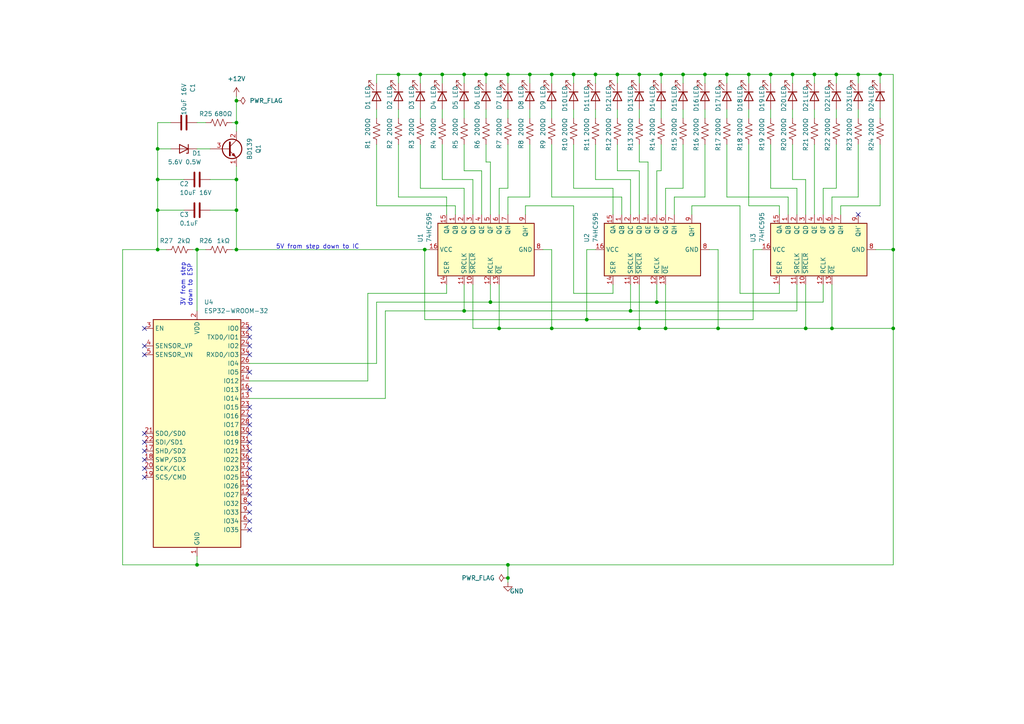
<source format=kicad_sch>
(kicad_sch (version 20211123) (generator eeschema)
  (paper "A4")
  (title_block (date "2024-01-21") (rev "1.0"))
  (lib_symbols
    (symbol "74xx:74HC595"
      (property "Reference" "U" (at -7.62 13.97 0))
      (property "Value" "74HC595" (at -7.62 -16.51 0))
      (symbol "74HC595_1_0"
        (pin tri_state line (at 10.16 7.62 180) (length 2.54) (name "QB") (number "1"))
        (pin input line (at -10.16 2.54 0) (length 2.54) (name "~{SRCLR}") (number "10"))
        (pin input line (at -10.16 5.08 0) (length 2.54) (name "SRCLK") (number "11"))
        (pin input line (at -10.16 -2.54 0) (length 2.54) (name "RCLK") (number "12"))
        (pin input line (at -10.16 -5.08 0) (length 2.54) (name "~{OE}") (number "13"))
        (pin input line (at -10.16 10.16 0) (length 2.54) (name "SER") (number "14"))
        (pin tri_state line (at 10.16 10.16 180) (length 2.54) (name "QA") (number "15"))
        (pin power_in line (at 0 15.24 270) (length 2.54) (name "VCC") (number "16"))
        (pin tri_state line (at 10.16 5.08 180) (length 2.54) (name "QC") (number "2"))
        (pin tri_state line (at 10.16 2.54 180) (length 2.54) (name "QD") (number "3"))
        (pin tri_state line (at 10.16 0 180) (length 2.54) (name "QE") (number "4"))
        (pin tri_state line (at 10.16 -2.54 180) (length 2.54) (name "QF") (number "5"))
        (pin tri_state line (at 10.16 -5.08 180) (length 2.54) (name "QG") (number "6"))
        (pin tri_state line (at 10.16 -7.62 180) (length 2.54) (name "QH") (number "7"))
        (pin power_in line (at 0 -17.78 90) (length 2.54) (name "GND") (number "8"))
        (pin output line (at 10.16 -12.7 180) (length 2.54) (name "QH'") (number "9"))
      )
      (symbol "74HC595_1_1"
        (rectangle (start -7.62 12.7) (end 7.62 -15.24) (stroke (width 0.254)) (fill (type background)))
      )
    )
    (symbol "Device:C" (pin_numbers hide) (pin_names (offset 0.254))
      (property "Reference" "C" (at 0.635 2.54 0))
      (property "Value" "C" (at 0.635 -2.54 0))
      (symbol "C_0_1"
        (polyline (pts (xy -2.032 -0.762) (xy 2.032 -0.762)) (stroke (width 0.508)))
        (polyline (pts (xy -2.032 0.762) (xy 2.032 0.762)) (stroke (width 0.508)))
      )
      (symbol "C_1_1"
        (pin passive line (at 0 3.81 270) (length 2.794) (name "~") (number "1"))
        (pin passive line (at 0 -3.81 90) (length 2.794) (name "~") (number "2"))
      )
    )
    (symbol "Device:D_Zener" (pin_numbers hide) (pin_names (offset 1.016) hide)
      (property "Reference" "D" (at 0 2.54 0))
      (property "Value" "D_Zener" (at 0 -2.54 0))
      (symbol "D_Zener_0_1"
        (polyline (pts (xy 1.27 0) (xy -1.27 0)))
        (polyline (pts (xy -1.27 -1.27) (xy -1.27 1.27) (xy -0.762 1.27)) (stroke (width 0.254)))
        (polyline (pts (xy 1.27 -1.27) (xy 1.27 1.27) (xy -1.27 0) (xy 1.27 -1.27)) (stroke (width 0.254)))
      )
      (symbol "D_Zener_1_1"
        (pin passive line (at -3.81 0 0) (length 2.54) (name "K") (number "1"))
        (pin passive line (at 3.81 0 180) (length 2.54) (name "A") (number "2"))
      )
    )
    (symbol "Device:LED" (pin_numbers hide) (pin_names (offset 1.016) hide)
      (property "Reference" "D" (at 0 2.54 0))
      (property "Value" "LED" (at 0 -2.54 0))
      (symbol "LED_0_1"
        (polyline (pts (xy -1.27 -1.27) (xy -1.27 1.27)) (stroke (width 0.254)))
        (polyline (pts (xy -1.27 0) (xy 1.27 0)))
        (polyline (pts (xy 1.27 -1.27) (xy 1.27 1.27) (xy -1.27 0) (xy 1.27 -1.27)) (stroke (width 0.254)))
        (polyline (pts (xy -3.048 -0.762) (xy -4.572 -2.286) (xy -3.81 -2.286) (xy -4.572 -2.286) (xy -4.572 -1.524)))
        (polyline (pts (xy -1.778 -0.762) (xy -3.302 -2.286) (xy -2.54 -2.286) (xy -3.302 -2.286) (xy -3.302 -1.524)))
      )
      (symbol "LED_1_1"
        (pin passive line (at -3.81 0 0) (length 2.54) (name "K") (number "1"))
        (pin passive line (at 3.81 0 180) (length 2.54) (name "A") (number "2"))
      )
    )
    (symbol "Device:R_US" (pin_numbers hide) (pin_names (offset 0))
      (property "Reference" "R" (at 2.54 0 90))
      (property "Value" "R_US" (at -2.54 0 90))
      (symbol "R_US_0_1"
        (polyline (pts (xy 0 -2.286) (xy 0 -2.54)))
        (polyline (pts (xy 0 2.286) (xy 0 2.54)))
        (polyline (pts (xy 0 -0.762) (xy 1.016 -1.143) (xy 0 -1.524) (xy -1.016 -1.905) (xy 0 -2.286)))
        (polyline (pts (xy 0 0.762) (xy 1.016 0.381) (xy 0 0) (xy -1.016 -0.381) (xy 0 -0.762)))
        (polyline (pts (xy 0 2.286) (xy 1.016 1.905) (xy 0 1.524) (xy -1.016 1.143) (xy 0 0.762)))
      )
      (symbol "R_US_1_1"
        (pin passive line (at 0 3.81 270) (length 1.27) (name "~") (number "1"))
        (pin passive line (at 0 -3.81 90) (length 1.27) (name "~") (number "2"))
      )
    )
    (symbol "RF_Module:ESP32-WROOM-32"
      (property "Reference" "U" (at -12.7 34.29 0))
      (property "Value" "ESP32-WROOM-32" (at 1.27 34.29 0))
      (symbol "ESP32-WROOM-32_0_1"
        (rectangle (start -12.7 33.02) (end 12.7 -33.02) (stroke (width 0.254)) (fill (type background)))
      )
      (symbol "ESP32-WROOM-32_1_1"
        (pin power_in line (at 0 -35.56 90) (length 2.54) (name "GND") (number "1"))
        (pin bidirectional line (at 15.24 -12.7 180) (length 2.54) (name "IO25") (number "10"))
        (pin bidirectional line (at 15.24 -15.24 180) (length 2.54) (name "IO26") (number "11"))
        (pin bidirectional line (at 15.24 -17.78 180) (length 2.54) (name "IO27") (number "12"))
        (pin bidirectional line (at 15.24 10.16 180) (length 2.54) (name "IO14") (number "13"))
        (pin bidirectional line (at 15.24 15.24 180) (length 2.54) (name "IO12") (number "14"))
        (pin passive line (at 0 -35.56 90) (length 2.54) hide (name "GND") (number "15"))
        (pin bidirectional line (at 15.24 12.7 180) (length 2.54) (name "IO13") (number "16"))
        (pin bidirectional line (at -15.24 -5.08 0) (length 2.54) (name "SHD/SD2") (number "17"))
        (pin bidirectional line (at -15.24 -7.62 0) (length 2.54) (name "SWP/SD3") (number "18"))
        (pin bidirectional line (at -15.24 -12.7 0) (length 2.54) (name "SCS/CMD") (number "19"))
        (pin power_in line (at 0 35.56 270) (length 2.54) (name "VDD") (number "2"))
        (pin bidirectional line (at -15.24 -10.16 0) (length 2.54) (name "SCK/CLK") (number "20"))
        (pin bidirectional line (at -15.24 0 0) (length 2.54) (name "SDO/SD0") (number "21"))
        (pin bidirectional line (at -15.24 -2.54 0) (length 2.54) (name "SDI/SD1") (number "22"))
        (pin bidirectional line (at 15.24 7.62 180) (length 2.54) (name "IO15") (number "23"))
        (pin bidirectional line (at 15.24 25.4 180) (length 2.54) (name "IO2") (number "24"))
        (pin bidirectional line (at 15.24 30.48 180) (length 2.54) (name "IO0") (number "25"))
        (pin bidirectional line (at 15.24 20.32 180) (length 2.54) (name "IO4") (number "26"))
        (pin bidirectional line (at 15.24 5.08 180) (length 2.54) (name "IO16") (number "27"))
        (pin bidirectional line (at 15.24 2.54 180) (length 2.54) (name "IO17") (number "28"))
        (pin bidirectional line (at 15.24 17.78 180) (length 2.54) (name "IO5") (number "29"))
        (pin input line (at -15.24 30.48 0) (length 2.54) (name "EN") (number "3"))
        (pin bidirectional line (at 15.24 0 180) (length 2.54) (name "IO18") (number "30"))
        (pin bidirectional line (at 15.24 -2.54 180) (length 2.54) (name "IO19") (number "31"))
        (pin no_connect line (at -12.7 -27.94 0) (length 2.54) hide (name "NC") (number "32"))
        (pin bidirectional line (at 15.24 -5.08 180) (length 2.54) (name "IO21") (number "33"))
        (pin bidirectional line (at 15.24 22.86 180) (length 2.54) (name "RXD0/IO3") (number "34"))
        (pin bidirectional line (at 15.24 27.94 180) (length 2.54) (name "TXD0/IO1") (number "35"))
        (pin bidirectional line (at 15.24 -7.62 180) (length 2.54) (name "IO22") (number "36"))
        (pin bidirectional line (at 15.24 -10.16 180) (length 2.54) (name "IO23") (number "37"))
        (pin passive line (at 0 -35.56 90) (length 2.54) hide (name "GND") (number "38"))
        (pin passive line (at 0 -35.56 90) (length 2.54) hide (name "GND") (number "39"))
        (pin input line (at -15.24 25.4 0) (length 2.54) (name "SENSOR_VP") (number "4"))
        (pin input line (at -15.24 22.86 0) (length 2.54) (name "SENSOR_VN") (number "5"))
        (pin input line (at 15.24 -25.4 180) (length 2.54) (name "IO34") (number "6"))
        (pin input line (at 15.24 -27.94 180) (length 2.54) (name "IO35") (number "7"))
        (pin bidirectional line (at 15.24 -20.32 180) (length 2.54) (name "IO32") (number "8"))
        (pin bidirectional line (at 15.24 -22.86 180) (length 2.54) (name "IO33") (number "9"))
      )
    )
    (symbol "Transistor_BJT:BD139" (pin_names (offset 0) hide)
      (property "Reference" "Q" (at 5.08 1.905 0))
      (property "Value" "BD139" (at 5.08 0 0))
      (symbol "BD139_0_1"
        (polyline (pts (xy 0 0) (xy 0.635 0)))
        (polyline (pts (xy 2.54 -2.54) (xy 0.635 -0.635)))
        (polyline (pts (xy 2.54 2.54) (xy 0.635 0.635)))
        (polyline (pts (xy 0.635 1.905) (xy 0.635 -1.905) (xy 0.635 -1.905)) (stroke (width 0.508)) (fill (type outline)))
        (polyline (pts (xy 1.2446 -1.778) (xy 1.7526 -1.27) (xy 2.286 -2.286) (xy 1.2446 -1.778) (xy 1.2446 -1.778)) (fill (type outline)))
        (circle (center 1.27 0) (radius 2.8194) (stroke (width 0.3048)))
      )
      (symbol "BD139_1_1"
        (pin passive line (at 2.54 -5.08 90) (length 2.54) (name "E") (number "1"))
        (pin passive line (at 2.54 5.08 270) (length 2.54) (name "C") (number "2"))
        (pin input line (at -5.08 0 0) (length 5.08) (name "B") (number "3"))
      )
    )
    (symbol "power:+12V" (power) (pin_names (offset 0))
      (property "Value" "+12V" (at 0 3.556 0))
      (symbol "+12V_0_1"
        (polyline (pts (xy -0.762 1.27) (xy 0 2.54)))
        (polyline (pts (xy 0 0) (xy 0 2.54)))
        (polyline (pts (xy 0 2.54) (xy 0.762 1.27)))
      )
      (symbol "+12V_1_1"
        (pin power_in line (at 0 0 90) (length 0) hide (name "+12V") (number "1"))
      )
    )
    (symbol "power:GND" (power) (pin_names (offset 0))
      (property "Value" "GND" (at 0 -3.81 0))
      (symbol "GND_0_1"
        (polyline (pts (xy 0 0) (xy 0 -1.27) (xy 1.27 -1.27) (xy 0 -2.54) (xy -1.27 -1.27) (xy 0 -1.27)))
      )
      (symbol "GND_1_1"
        (pin power_in line (at 0 0 270) (length 0) hide (name "GND") (number "1"))
      )
    )
    (symbol "power:PWR_FLAG" (power) (pin_numbers hide) (pin_names (offset 0) hide)
      (property "Value" "PWR_FLAG" (at 0 3.81 0))
      (symbol "PWR_FLAG_0_0"
        (pin power_out line (at 0 0 90) (length 0) (name "pwr") (number "1"))
      )
      (symbol "PWR_FLAG_0_1"
        (polyline (pts (xy 0 0) (xy 0 1.27) (xy -1.016 1.905) (xy 0 2.54) (xy 1.016 1.905) (xy 0 1.27)))
      )
    )
  )
  (junction (at 134.62 90.17))
  (junction (at 248.92 21.59))
  (junction (at 45.72 72.39))
  (junction (at 128.27 21.59))
  (junction (at 68.58 60.96))
  (junction (at 170.18 92.71))
  (junction (at 134.62 21.59))
  (junction (at 140.97 21.59))
  (junction (at 236.22 21.59))
  (junction (at 147.32 167.64))
  (junction (at 147.32 163.83))
  (junction (at 190.5 87.63))
  (junction (at 217.17 21.59))
  (junction (at 57.15 72.39))
  (junction (at 45.72 60.96))
  (junction (at 185.42 21.59))
  (junction (at 144.78 95.25))
  (junction (at 115.57 21.59))
  (junction (at 166.37 21.59))
  (junction (at 121.92 21.59))
  (junction (at 68.58 29.21))
  (junction (at 210.82 21.59))
  (junction (at 223.52 21.59))
  (junction (at 259.08 72.39))
  (junction (at 208.28 95.25))
  (junction (at 68.58 72.39))
  (junction (at 172.72 21.59))
  (junction (at 160.02 95.25))
  (junction (at 153.67 21.59))
  (junction (at 185.42 95.25))
  (junction (at 68.58 35.56))
  (junction (at 142.24 87.63))
  (junction (at 179.07 21.59))
  (junction (at 204.47 21.59))
  (junction (at 242.57 21.59))
  (junction (at 255.27 21.59))
  (junction (at 198.12 21.59))
  (junction (at 68.58 52.07))
  (junction (at 241.3 95.25))
  (junction (at 193.04 95.25))
  (junction (at 147.32 21.59))
  (junction (at 160.02 21.59))
  (junction (at 57.15 163.83))
  (junction (at 182.88 90.17))
  (junction (at 45.72 43.18))
  (junction (at 123.19 72.39))
  (junction (at 229.87 21.59))
  (junction (at 259.08 95.25))
  (junction (at 191.77 21.59))
  (junction (at 45.72 52.07))
  (junction (at 233.68 95.25))
  (no_connect (at 72.39 123.19))
  (no_connect (at 248.92 62.23))
  (no_connect (at 41.91 125.73))
  (no_connect (at 72.39 100.33))
  (no_connect (at 41.91 102.87))
  (no_connect (at 72.39 128.27))
  (no_connect (at 72.39 143.51))
  (no_connect (at 72.39 95.25))
  (no_connect (at 41.91 133.35))
  (no_connect (at 41.91 135.89))
  (no_connect (at 72.39 146.05))
  (no_connect (at 72.39 148.59))
  (no_connect (at 41.91 95.25))
  (no_connect (at 72.39 97.79))
  (no_connect (at 72.39 120.65))
  (no_connect (at 72.39 140.97))
  (no_connect (at 72.39 118.11))
  (no_connect (at 72.39 138.43))
  (no_connect (at 41.91 128.27))
  (no_connect (at 41.91 130.81))
  (no_connect (at 41.91 100.33))
  (no_connect (at 72.39 133.35))
  (no_connect (at 72.39 135.89))
  (no_connect (at 72.39 151.13))
  (no_connect (at 72.39 107.95))
  (no_connect (at 72.39 113.03))
  (no_connect (at 72.39 125.73))
  (no_connect (at 72.39 153.67))
  (no_connect (at 72.39 102.87))
  (no_connect (at 41.91 138.43))
  (no_connect (at 72.39 130.81))
  (wire (pts (xy 218.44 72.39) (xy 220.98 72.39)))
  (wire (pts (xy 185.42 46.99) (xy 185.42 41.91)))
  (wire (pts (xy 229.87 52.07) (xy 229.87 41.91)))
  (wire (pts (xy 180.34 62.23) (xy 180.34 57.15)))
  (wire (pts (xy 35.56 72.39) (xy 35.56 163.83)))
  (wire (pts (xy 147.32 34.29) (xy 147.32 31.75)))
  (wire (pts (xy 142.24 46.99) (xy 140.97 46.99)))
  (wire (pts (xy 121.92 21.59) (xy 128.27 21.59)))
  (wire (pts (xy 59.69 72.39) (xy 57.15 72.39)))
  (wire (pts (xy 109.22 24.13) (xy 109.22 21.59)))
  (wire (pts (xy 57.15 72.39) (xy 57.15 90.17)))
  (wire (pts (xy 68.58 52.07) (xy 60.96 52.07)))
  (wire (pts (xy 147.32 57.15) (xy 153.67 57.15)))
  (wire (pts (xy 238.76 87.63) (xy 238.76 82.55)))
  (wire (pts (xy 228.6 62.23) (xy 228.6 57.15)))
  (wire (pts (xy 147.32 167.64) (xy 147.32 168.91)))
  (wire (pts (xy 172.72 34.29) (xy 172.72 31.75)))
  (wire (pts (xy 121.92 34.29) (xy 121.92 31.75)))
  (wire (pts (xy 144.78 95.25) (xy 160.02 95.25)))
  (wire (pts (xy 241.3 95.25) (xy 259.08 95.25)))
  (wire (pts (xy 218.44 72.39) (xy 218.44 92.71)))
  (wire (pts (xy 172.72 52.07) (xy 172.72 41.91)))
  (wire (pts (xy 166.37 54.61) (xy 166.37 41.91)))
  (wire (pts (xy 166.37 85.09) (xy 166.37 59.69)))
  (wire (pts (xy 185.42 95.25) (xy 193.04 95.25)))
  (wire (pts (xy 139.7 62.23) (xy 139.7 49.53)))
  (wire (pts (xy 68.58 48.26) (xy 68.58 52.07)))
  (wire (pts (xy 55.88 72.39) (xy 57.15 72.39)))
  (wire (pts (xy 142.24 87.63) (xy 109.22 87.63)))
  (wire (pts (xy 190.5 87.63) (xy 190.5 82.55)))
  (wire (pts (xy 229.87 21.59) (xy 236.22 21.59)))
  (wire (pts (xy 153.67 34.29) (xy 153.67 31.75)))
  (wire (pts (xy 210.82 57.15) (xy 210.82 41.91)))
  (wire (pts (xy 236.22 21.59) (xy 242.57 21.59)))
  (wire (pts (xy 193.04 95.25) (xy 208.28 95.25)))
  (wire (pts (xy 226.06 85.09) (xy 226.06 82.55)))
  (wire (pts (xy 229.87 24.13) (xy 229.87 21.59)))
  (wire (pts (xy 129.54 62.23) (xy 129.54 57.15)))
  (wire (pts (xy 259.08 95.25) (xy 259.08 72.39)))
  (wire (pts (xy 129.54 85.09) (xy 106.68 85.09)))
  (wire (pts (xy 236.22 62.23) (xy 236.22 41.91)))
  (wire (pts (xy 259.08 72.39) (xy 259.08 21.59)))
  (wire (pts (xy 208.28 72.39) (xy 208.28 95.25)))
  (wire (pts (xy 170.18 72.39) (xy 170.18 92.71)))
  (wire (pts (xy 45.72 72.39) (xy 35.56 72.39)))
  (wire (pts (xy 45.72 35.56) (xy 49.53 35.56)))
  (wire (pts (xy 137.16 52.07) (xy 128.27 52.07)))
  (wire (pts (xy 238.76 54.61) (xy 242.57 54.61)))
  (wire (pts (xy 182.88 90.17) (xy 231.14 90.17)))
  (wire (pts (xy 160.02 24.13) (xy 160.02 21.59)))
  (wire (pts (xy 140.97 46.99) (xy 140.97 41.91)))
  (wire (pts (xy 109.22 59.69) (xy 109.22 41.91)))
  (wire (pts (xy 147.32 163.83) (xy 259.08 163.83)))
  (wire (pts (xy 204.47 34.29) (xy 204.47 31.75)))
  (wire (pts (xy 144.78 62.23) (xy 144.78 54.61)))
  (wire (pts (xy 231.14 90.17) (xy 231.14 82.55)))
  (wire (pts (xy 142.24 87.63) (xy 190.5 87.63)))
  (wire (pts (xy 139.7 49.53) (xy 134.62 49.53)))
  (wire (pts (xy 152.4 59.69) (xy 152.4 62.23)))
  (wire (pts (xy 210.82 24.13) (xy 210.82 21.59)))
  (wire (pts (xy 242.57 21.59) (xy 248.92 21.59)))
  (wire (pts (xy 142.24 82.55) (xy 142.24 87.63)))
  (wire (pts (xy 191.77 34.29) (xy 191.77 31.75)))
  (wire (pts (xy 185.42 21.59) (xy 191.77 21.59)))
  (wire (pts (xy 223.52 54.61) (xy 223.52 41.91)))
  (wire (pts (xy 134.62 90.17) (xy 111.76 90.17)))
  (wire (pts (xy 200.66 59.69) (xy 214.63 59.69)))
  (wire (pts (xy 115.57 34.29) (xy 115.57 31.75)))
  (wire (pts (xy 115.57 21.59) (xy 121.92 21.59)))
  (wire (pts (xy 255.27 24.13) (xy 255.27 21.59)))
  (wire (pts (xy 185.42 82.55) (xy 185.42 95.25)))
  (wire (pts (xy 231.14 54.61) (xy 223.52 54.61)))
  (wire (pts (xy 115.57 57.15) (xy 115.57 41.91)))
  (wire (pts (xy 109.22 87.63) (xy 109.22 105.41)))
  (wire (pts (xy 53.34 52.07) (xy 45.72 52.07)))
  (wire (pts (xy 241.3 57.15) (xy 248.92 57.15)))
  (wire (pts (xy 134.62 90.17) (xy 182.88 90.17)))
  (wire (pts (xy 68.58 72.39) (xy 123.19 72.39)))
  (wire (pts (xy 111.76 90.17) (xy 111.76 115.57)))
  (wire (pts (xy 128.27 21.59) (xy 134.62 21.59)))
  (wire (pts (xy 185.42 24.13) (xy 185.42 21.59)))
  (wire (pts (xy 229.87 34.29) (xy 229.87 31.75)))
  (wire (pts (xy 57.15 163.83) (xy 147.32 163.83)))
  (wire (pts (xy 137.16 62.23) (xy 137.16 52.07)))
  (wire (pts (xy 179.07 34.29) (xy 179.07 31.75)))
  (wire (pts (xy 166.37 34.29) (xy 166.37 31.75)))
  (wire (pts (xy 190.5 49.53) (xy 191.77 49.53)))
  (wire (pts (xy 223.52 34.29) (xy 223.52 31.75)))
  (wire (pts (xy 185.42 49.53) (xy 179.07 49.53)))
  (wire (pts (xy 170.18 92.71) (xy 218.44 92.71)))
  (wire (pts (xy 179.07 49.53) (xy 179.07 41.91)))
  (wire (pts (xy 109.22 34.29) (xy 109.22 31.75)))
  (wire (pts (xy 198.12 21.59) (xy 204.47 21.59)))
  (wire (pts (xy 147.32 24.13) (xy 147.32 21.59)))
  (wire (pts (xy 193.04 54.61) (xy 198.12 54.61)))
  (wire (pts (xy 190.5 62.23) (xy 190.5 49.53)))
  (wire (pts (xy 236.22 24.13) (xy 236.22 21.59)))
  (wire (pts (xy 45.72 43.18) (xy 45.72 52.07)))
  (wire (pts (xy 68.58 35.56) (xy 68.58 38.1)))
  (wire (pts (xy 45.72 72.39) (xy 45.72 60.96)))
  (wire (pts (xy 217.17 24.13) (xy 217.17 21.59)))
  (wire (pts (xy 191.77 49.53) (xy 191.77 41.91)))
  (wire (pts (xy 142.24 62.23) (xy 142.24 46.99)))
  (wire (pts (xy 233.68 95.25) (xy 241.3 95.25)))
  (wire (pts (xy 248.92 57.15) (xy 248.92 41.91)))
  (wire (pts (xy 248.92 34.29) (xy 248.92 31.75)))
  (wire (pts (xy 128.27 52.07) (xy 128.27 41.91)))
  (wire (pts (xy 226.06 59.69) (xy 217.17 59.69)))
  (wire (pts (xy 170.18 92.71) (xy 123.19 92.71)))
  (wire (pts (xy 198.12 34.29) (xy 198.12 31.75)))
  (wire (pts (xy 205.74 72.39) (xy 208.28 72.39)))
  (wire (pts (xy 210.82 34.29) (xy 210.82 31.75)))
  (wire (pts (xy 157.48 72.39) (xy 160.02 72.39)))
  (wire (pts (xy 140.97 21.59) (xy 147.32 21.59)))
  (wire (pts (xy 259.08 95.25) (xy 259.08 163.83)))
  (wire (pts (xy 68.58 72.39) (xy 67.31 72.39)))
  (wire (pts (xy 254 72.39) (xy 259.08 72.39)))
  (wire (pts (xy 185.42 62.23) (xy 185.42 49.53)))
  (wire (pts (xy 231.14 62.23) (xy 231.14 54.61)))
  (wire (pts (xy 45.72 52.07) (xy 45.72 60.96)))
  (wire (pts (xy 134.62 49.53) (xy 134.62 41.91)))
  (wire (pts (xy 198.12 54.61) (xy 198.12 41.91)))
  (wire (pts (xy 128.27 24.13) (xy 128.27 21.59)))
  (wire (pts (xy 223.52 21.59) (xy 229.87 21.59)))
  (wire (pts (xy 140.97 34.29) (xy 140.97 31.75)))
  (wire (pts (xy 153.67 57.15) (xy 153.67 41.91)))
  (wire (pts (xy 255.27 59.69) (xy 255.27 41.91)))
  (wire (pts (xy 106.68 85.09) (xy 106.68 110.49)))
  (wire (pts (xy 248.92 24.13) (xy 248.92 21.59)))
  (wire (pts (xy 35.56 163.83) (xy 57.15 163.83)))
  (wire (pts (xy 243.84 59.69) (xy 255.27 59.69)))
  (wire (pts (xy 134.62 54.61) (xy 121.92 54.61)))
  (wire (pts (xy 109.22 21.59) (xy 115.57 21.59)))
  (wire (pts (xy 134.62 62.23) (xy 134.62 54.61)))
  (wire (pts (xy 204.47 57.15) (xy 204.47 41.91)))
  (wire (pts (xy 59.69 35.56) (xy 57.15 35.56)))
  (wire (pts (xy 144.78 54.61) (xy 147.32 54.61)))
  (wire (pts (xy 106.68 110.49) (xy 72.39 110.49)))
  (wire (pts (xy 217.17 21.59) (xy 223.52 21.59)))
  (wire (pts (xy 177.8 82.55) (xy 177.8 85.09)))
  (wire (pts (xy 177.8 62.23) (xy 177.8 54.61)))
  (wire (pts (xy 147.32 21.59) (xy 153.67 21.59)))
  (wire (pts (xy 223.52 24.13) (xy 223.52 21.59)))
  (wire (pts (xy 193.04 62.23) (xy 193.04 54.61)))
  (wire (pts (xy 166.37 21.59) (xy 172.72 21.59)))
  (wire (pts (xy 68.58 29.21) (xy 68.58 35.56)))
  (wire (pts (xy 180.34 57.15) (xy 160.02 57.15)))
  (wire (pts (xy 153.67 21.59) (xy 160.02 21.59)))
  (wire (pts (xy 160.02 21.59) (xy 166.37 21.59)))
  (wire (pts (xy 160.02 95.25) (xy 185.42 95.25)))
  (wire (pts (xy 172.72 21.59) (xy 179.07 21.59)))
  (wire (pts (xy 147.32 163.83) (xy 147.32 167.64)))
  (wire (pts (xy 166.37 59.69) (xy 152.4 59.69)))
  (wire (pts (xy 121.92 24.13) (xy 121.92 21.59)))
  (wire (pts (xy 214.63 59.69) (xy 214.63 85.09)))
  (wire (pts (xy 255.27 34.29) (xy 255.27 31.75)))
  (wire (pts (xy 53.34 60.96) (xy 45.72 60.96)))
  (wire (pts (xy 191.77 21.59) (xy 198.12 21.59)))
  (wire (pts (xy 72.39 105.41) (xy 109.22 105.41)))
  (wire (pts (xy 204.47 24.13) (xy 204.47 21.59)))
  (wire (pts (xy 185.42 34.29) (xy 185.42 31.75)))
  (wire (pts (xy 140.97 24.13) (xy 140.97 21.59)))
  (wire (pts (xy 179.07 21.59) (xy 185.42 21.59)))
  (wire (pts (xy 242.57 24.13) (xy 242.57 21.59)))
  (wire (pts (xy 226.06 62.23) (xy 226.06 59.69)))
  (wire (pts (xy 210.82 57.15) (xy 228.6 57.15)))
  (wire (pts (xy 191.77 24.13) (xy 191.77 21.59)))
  (wire (pts (xy 144.78 82.55) (xy 144.78 95.25)))
  (wire (pts (xy 179.07 24.13) (xy 179.07 21.59)))
  (wire (pts (xy 121.92 54.61) (xy 121.92 41.91)))
  (wire (pts (xy 132.08 62.23) (xy 132.08 59.69)))
  (wire (pts (xy 134.62 82.55) (xy 134.62 90.17)))
  (wire (pts (xy 45.72 43.18) (xy 49.53 43.18)))
  (wire (pts (xy 242.57 34.29) (xy 242.57 31.75)))
  (wire (pts (xy 241.3 82.55) (xy 241.3 95.25)))
  (wire (pts (xy 111.76 115.57) (xy 72.39 115.57)))
  (wire (pts (xy 147.32 62.23) (xy 147.32 57.15)))
  (wire (pts (xy 129.54 57.15) (xy 115.57 57.15)))
  (wire (pts (xy 123.19 72.39) (xy 124.46 72.39)))
  (wire (pts (xy 153.67 24.13) (xy 153.67 21.59)))
  (wire (pts (xy 137.16 95.25) (xy 144.78 95.25)))
  (wire (pts (xy 123.19 92.71) (xy 123.19 72.39)))
  (wire (pts (xy 238.76 62.23) (xy 238.76 54.61)))
  (wire (pts (xy 132.08 59.69) (xy 109.22 59.69)))
  (wire (pts (xy 248.92 21.59) (xy 255.27 21.59)))
  (wire (pts (xy 160.02 72.39) (xy 160.02 95.25)))
  (wire (pts (xy 210.82 21.59) (xy 217.17 21.59)))
  (wire (pts (xy 160.02 57.15) (xy 160.02 41.91)))
  (wire (pts (xy 134.62 21.59) (xy 140.97 21.59)))
  (wire (pts (xy 134.62 34.29) (xy 134.62 31.75)))
  (wire (pts (xy 57.15 43.18) (xy 60.96 43.18)))
  (wire (pts (xy 129.54 82.55) (xy 129.54 85.09)))
  (wire (pts (xy 115.57 24.13) (xy 115.57 21.59)))
  (wire (pts (xy 182.88 90.17) (xy 182.88 82.55)))
  (wire (pts (xy 233.68 52.07) (xy 229.87 52.07)))
  (wire (pts (xy 217.17 59.69) (xy 217.17 41.91)))
  (wire (pts (xy 45.72 72.39) (xy 48.26 72.39)))
  (wire (pts (xy 166.37 24.13) (xy 166.37 21.59)))
  (wire (pts (xy 214.63 85.09) (xy 226.06 85.09)))
  (wire (pts (xy 217.17 34.29) (xy 217.17 31.75)))
  (wire (pts (xy 259.08 21.59) (xy 255.27 21.59)))
  (wire (pts (xy 177.8 54.61) (xy 166.37 54.61)))
  (wire (pts (xy 187.96 46.99) (xy 185.42 46.99)))
  (wire (pts (xy 134.62 24.13) (xy 134.62 21.59)))
  (wire (pts (xy 200.66 62.23) (xy 200.66 59.69)))
  (wire (pts (xy 172.72 52.07) (xy 182.88 52.07)))
  (wire (pts (xy 68.58 60.96) (xy 68.58 72.39)))
  (wire (pts (xy 195.58 57.15) (xy 204.47 57.15)))
  (wire (pts (xy 233.68 62.23) (xy 233.68 52.07)))
  (wire (pts (xy 204.47 21.59) (xy 210.82 21.59)))
  (wire (pts (xy 187.96 62.23) (xy 187.96 46.99)))
  (wire (pts (xy 241.3 62.23) (xy 241.3 57.15)))
  (wire (pts (xy 182.88 62.23) (xy 182.88 52.07)))
  (wire (pts (xy 190.5 87.63) (xy 238.76 87.63)))
  (wire (pts (xy 243.84 62.23) (xy 243.84 59.69)))
  (wire (pts (xy 198.12 24.13) (xy 198.12 21.59)))
  (wire (pts (xy 128.27 34.29) (xy 128.27 31.75)))
  (wire (pts (xy 147.32 54.61) (xy 147.32 41.91)))
  (wire (pts (xy 68.58 52.07) (xy 68.58 60.96)))
  (wire (pts (xy 57.15 163.83) (xy 57.15 161.29)))
  (wire (pts (xy 172.72 72.39) (xy 170.18 72.39)))
  (wire (pts (xy 195.58 62.23) (xy 195.58 57.15)))
  (wire (pts (xy 68.58 27.94) (xy 68.58 29.21)))
  (wire (pts (xy 160.02 34.29) (xy 160.02 31.75)))
  (wire (pts (xy 177.8 85.09) (xy 166.37 85.09)))
  (wire (pts (xy 68.58 60.96) (xy 60.96 60.96)))
  (wire (pts (xy 67.31 35.56) (xy 68.58 35.56)))
  (wire (pts (xy 236.22 34.29) (xy 236.22 31.75)))
  (wire (pts (xy 172.72 24.13) (xy 172.72 21.59)))
  (wire (pts (xy 242.57 54.61) (xy 242.57 41.91)))
  (wire (pts (xy 233.68 82.55) (xy 233.68 95.25)))
  (wire (pts (xy 137.16 82.55) (xy 137.16 95.25)))
  (wire (pts (xy 45.72 35.56) (xy 45.72 43.18)))
  (wire (pts (xy 208.28 95.25) (xy 233.68 95.25)))
  (wire (pts (xy 193.04 82.55) (xy 193.04 95.25)))
  (text "3V from step\ndown to ESP" (at 55.88 88.9 90) (effects (font (size 1.27 1.27)) (justify left bottom)))
  (text "5V from step down to IC" (at 80.01 72.39 0) (effects (font (size 1.27 1.27)) (justify left bottom)))
  (symbol (lib_id "Device:LED") (at 179.07 27.94 270) (unit 1)
    (property "Reference" "D12" (at 176.53 30.48 0))
    (property "Value" "LED" (at 176.53 26.67 0))
  )
  (symbol (lib_id "Device:R_US") (at 255.27 38.1 180) (unit 1)
    (property "Reference" "R24" (at 252.73 41.91 90))
    (property "Value" "200Ω" (at 252.73 36.83 90))
  )
  (symbol (lib_id "Device:R_US") (at 210.82 38.1 180) (unit 1)
    (property "Reference" "R17" (at 208.28 41.91 90))
    (property "Value" "200Ω" (at 208.28 36.83 90))
  )
  (symbol (lib_id "Device:LED") (at 147.32 27.94 270) (unit 1)
    (property "Reference" "D7" (at 144.78 30.48 0))
    (property "Value" "LED" (at 144.78 26.67 0))
  )
  (symbol (lib_id "Device:LED") (at 210.82 27.94 270) (unit 1)
    (property "Reference" "D17" (at 208.28 30.48 0))
    (property "Value" "LED" (at 208.28 26.67 0))
  )
  (symbol (lib_id "Device:R_US") (at 52.07 72.39 90) (unit 1)
    (property "Reference" "R27" (at 48.26 69.85 90))
    (property "Value" "2kΩ" (at 53.34 69.85 90))
  )
  (symbol (lib_id "Device:R_US") (at 229.87 38.1 180) (unit 1)
    (property "Reference" "R20" (at 227.33 41.91 90))
    (property "Value" "200Ω" (at 227.33 36.83 90))
  )
  (symbol (lib_id "Device:R_US") (at 191.77 38.1 180) (unit 1)
    (property "Reference" "R14" (at 189.23 41.91 90))
    (property "Value" "200Ω" (at 189.23 36.83 90))
  )
  (symbol (lib_id "Device:R_US") (at 204.47 38.1 180) (unit 1)
    (property "Reference" "R16" (at 201.93 41.91 90))
    (property "Value" "200Ω" (at 201.93 36.83 90))
  )
  (symbol (lib_id "Device:R_US") (at 179.07 38.1 180) (unit 1)
    (property "Reference" "R12" (at 176.53 41.91 90))
    (property "Value" "200Ω" (at 176.53 36.83 90))
  )
  (symbol (lib_id "Device:R_US") (at 140.97 38.1 180) (unit 1)
    (property "Reference" "R6" (at 138.43 41.91 90))
    (property "Value" "200Ω" (at 138.43 36.83 90))
  )
  (symbol (lib_id "Device:R_US") (at 172.72 38.1 180) (unit 1)
    (property "Reference" "R11" (at 170.18 41.91 90))
    (property "Value" "200Ω" (at 170.18 36.83 90))
  )
  (symbol (lib_id "Device:R_US") (at 166.37 38.1 180) (unit 1)
    (property "Reference" "R10" (at 163.83 41.91 90))
    (property "Value" "200Ω" (at 163.83 36.83 90))
  )
  (symbol (lib_id "Transistor_BJT:BD139") (at 66.04 43.18 0) (unit 1)
    (property "Reference" "Q1" (at 74.93 43.18 90))
    (property "Value" "BD139" (at 72.39 43.18 90))
    (property "Footprint" "Package_TO_SOT_THT:TO-126-3_Vertical" (effects hide))
    (property "Datasheet" "http://www.st.com/internet/com/TECHNICAL_RESOURCES/TECHNICAL_LITERATURE/DATASHEET/CD00001225.pdf" (effects hide))
  )
  (symbol (lib_id "Device:C") (at 57.15 52.07 270) (unit 1)
    (property "Reference" "C2" (at 52.07 53.34 90) (effects (justify left)))
    (property "Value" "10uF 16V" (at 52.07 55.88 90) (effects (justify left)))
  )
  (symbol (lib_id "Device:LED") (at 223.52 27.94 270) (unit 1)
    (property "Reference" "D19" (at 220.98 30.48 0))
    (property "Value" "LED" (at 220.98 26.67 0))
  )
  (symbol (lib_id "Device:LED") (at 198.12 27.94 270) (unit 1)
    (property "Reference" "D15" (at 195.58 30.48 0))
    (property "Value" "LED" (at 195.58 26.67 0))
  )
  (symbol (lib_id "Device:LED") (at 140.97 27.94 270) (unit 1)
    (property "Reference" "D6" (at 138.43 30.48 0))
    (property "Value" "LED" (at 138.43 26.67 0))
  )
  (symbol (lib_id "power:+12V") (at 68.58 27.94 0) (unit 1)
    (property "Reference" "#PWR?" (effects hide))
    (property "Value" "+12V" (at 68.58 22.86 0))
  )
  (symbol (lib_id "Device:C") (at 53.34 35.56 270) (unit 1)
    (property "Reference" "C1" (at 55.88 24.13 0) (effects (justify left)))
    (property "Value" "10uF 16V" (at 53.34 24.13 0) (effects (justify left)))
  )
  (symbol (lib_id "Device:LED") (at 204.47 27.94 270) (unit 1)
    (property "Reference" "D16" (at 201.93 30.48 0))
    (property "Value" "LED" (at 201.93 26.67 0))
  )
  (symbol (lib_id "Device:R_US") (at 121.92 38.1 180) (unit 1)
    (property "Reference" "R3" (at 119.38 41.91 90))
    (property "Value" "200Ω" (at 119.38 36.83 90))
  )
  (symbol (lib_id "Device:R_US") (at 115.57 38.1 180) (unit 1)
    (property "Reference" "R2" (at 113.03 41.91 90))
    (property "Value" "200Ω" (at 113.03 36.83 90))
  )
  (symbol (lib_id "power:PWR_FLAG") (at 68.58 29.21 270) (unit 1)
    (property "Reference" "#FLG?" (effects hide))
    (property "Value" "PWR_FLAG" (at 72.39 29.21 90) (effects (justify left)))
  )
  (symbol (lib_id "Device:R_US") (at 128.27 38.1 180) (unit 1)
    (property "Reference" "R4" (at 125.73 41.91 90))
    (property "Value" "200Ω" (at 125.73 36.83 90))
  )
  (symbol (lib_id "Device:LED") (at 160.02 27.94 270) (unit 1)
    (property "Reference" "D9" (at 157.48 30.48 0))
    (property "Value" "LED" (at 157.48 26.67 0))
  )
  (symbol (lib_id "power:PWR_FLAG") (at 147.32 167.64 90) (unit 1)
    (property "Reference" "#FLG01" (effects hide))
    (property "Value" "PWR_FLAG" (at 143.51 167.64 90) (effects (justify left)))
  )
  (symbol (lib_id "74xx:74HC595") (at 139.7 72.39 90) (unit 1)
    (property "Reference" "U1" (at 121.92 70.3706 0) (effects (justify left)))
    (property "Value" "74HC595" (at 124.46 70.3706 0) (effects (justify left)))
    (property "Datasheet" "http://www.ti.com/lit/ds/symlink/sn74hc595.pdf" (effects hide))
  )
  (symbol (lib_id "Device:R_US") (at 109.22 38.1 180) (unit 1)
    (property "Reference" "R1" (at 106.68 41.91 90))
    (property "Value" "200Ω" (at 106.68 36.83 90))
  )
  (symbol (lib_id "Device:R_US") (at 185.42 38.1 180) (unit 1)
    (property "Reference" "R13" (at 182.88 41.91 90))
    (property "Value" "200Ω" (at 182.88 36.83 90))
  )
  (symbol (lib_id "74xx:74HC595") (at 187.96 72.39 90) (unit 1)
    (property "Reference" "U2" (at 170.18 70.3706 0) (effects (justify left)))
    (property "Value" "74HC595" (at 172.72 70.3706 0) (effects (justify left)))
    (property "Datasheet" "http://www.ti.com/lit/ds/symlink/sn74hc595.pdf" (effects hide))
  )
  (symbol (lib_id "Device:LED") (at 172.72 27.94 270) (unit 1)
    (property "Reference" "D11" (at 170.18 30.48 0))
    (property "Value" "LED" (at 170.18 26.67 0))
  )
  (symbol (lib_id "Device:R_US") (at 198.12 38.1 180) (unit 1)
    (property "Reference" "R15" (at 195.58 41.91 90))
    (property "Value" "200Ω" (at 195.58 36.83 90))
  )
  (symbol (lib_id "power:GND") (at 147.32 168.91 0) (unit 1)
    (property "Reference" "#PWR08" (effects hide))
    (property "Value" "GND" (at 149.86 171.45 0))
  )
  (symbol (lib_id "Device:LED") (at 115.57 27.94 270) (unit 1)
    (property "Reference" "D2" (at 113.03 30.48 0))
    (property "Value" "LED" (at 113.03 26.67 0))
  )
  (symbol (lib_id "Device:R_US") (at 242.57 38.1 180) (unit 1)
    (property "Reference" "R22" (at 240.03 41.91 90))
    (property "Value" "200Ω" (at 240.03 36.83 90))
  )
  (symbol (lib_id "Device:LED") (at 229.87 27.94 270) (unit 1)
    (property "Reference" "D20" (at 227.33 30.48 0))
    (property "Value" "LED" (at 227.33 26.67 0))
  )
  (symbol (lib_id "Device:R_US") (at 160.02 38.1 180) (unit 1)
    (property "Reference" "R9" (at 157.48 41.91 90))
    (property "Value" "200Ω" (at 157.48 36.83 90))
  )
  (symbol (lib_id "Device:R_US") (at 134.62 38.1 180) (unit 1)
    (property "Reference" "R5" (at 132.08 41.91 90))
    (property "Value" "200Ω" (at 132.08 36.83 90))
  )
  (symbol (lib_id "Device:LED") (at 128.27 27.94 270) (unit 1)
    (property "Reference" "D4" (at 125.73 30.48 0))
    (property "Value" "LED" (at 125.73 26.67 0))
  )
  (symbol (lib_id "Device:D_Zener") (at 53.34 43.18 180) (unit 1)
    (property "Reference" "D1" (at 58.42 44.45 0) (effects (justify left)))
    (property "Value" "5.6V 0.5W" (at 58.42 46.99 0) (effects (justify left)))
  )
  (symbol (lib_id "Device:LED") (at 191.77 27.94 270) (unit 1)
    (property "Reference" "D14" (at 189.23 30.48 0))
    (property "Value" "LED" (at 189.23 26.67 0))
  )
  (symbol (lib_id "Device:R_US") (at 248.92 38.1 180) (unit 1)
    (property "Reference" "R23" (at 246.38 41.91 90))
    (property "Value" "200Ω" (at 246.38 36.83 90))
  )
  (symbol (lib_id "Device:LED") (at 242.57 27.94 270) (unit 1)
    (property "Reference" "D22" (at 240.03 30.48 0))
    (property "Value" "LED" (at 240.03 26.67 0))
  )
  (symbol (lib_id "RF_Module:ESP32-WROOM-32") (at 57.15 125.73 0) (unit 1)
    (property "Reference" "U4" (at 59.1694 87.63 0) (effects (justify left)))
    (property "Value" "ESP32-WROOM-32" (at 59.1694 90.17 0) (effects (justify left)))
    (property "Footprint" "RF_Module:ESP32-WROOM-32" (effects hide))
    (property "Datasheet" "https://www.espressif.com/sites/default/files/documentation/esp32-wroom-32_datasheet_en.pdf" (effects hide))
  )
  (symbol (lib_id "Device:LED") (at 236.22 27.94 270) (unit 1)
    (property "Reference" "D21" (at 233.68 30.48 0))
    (property "Value" "LED" (at 233.68 26.67 0))
  )
  (symbol (lib_id "Device:R_US") (at 236.22 38.1 180) (unit 1)
    (property "Reference" "R21" (at 233.68 41.91 90))
    (property "Value" "200Ω" (at 233.68 36.83 90))
  )
  (symbol (lib_id "Device:LED") (at 185.42 27.94 270) (unit 1)
    (property "Reference" "D13" (at 182.88 30.48 0))
    (property "Value" "LED" (at 182.88 26.67 0))
  )
  (symbol (lib_id "Device:R_US") (at 63.5 35.56 90) (unit 1)
    (property "Reference" "R25" (at 59.69 33.02 90))
    (property "Value" "680Ω" (at 64.77 33.02 90))
  )
  (symbol (lib_id "Device:R_US") (at 223.52 38.1 180) (unit 1)
    (property "Reference" "R19" (at 220.98 41.91 90))
    (property "Value" "200Ω" (at 220.98 36.83 90))
  )
  (symbol (lib_id "Device:R_US") (at 147.32 38.1 180) (unit 1)
    (property "Reference" "R7" (at 144.78 41.91 90))
    (property "Value" "200Ω" (at 144.78 36.83 90))
  )
  (symbol (lib_id "Device:C") (at 57.15 60.96 270) (unit 1)
    (property "Reference" "C3" (at 52.07 62.23 90) (effects (justify left)))
    (property "Value" "0.1uF" (at 52.07 64.77 90) (effects (justify left)))
  )
  (symbol (lib_id "Device:LED") (at 255.27 27.94 270) (unit 1)
    (property "Reference" "D24" (at 252.73 30.48 0))
    (property "Value" "LED" (at 252.73 26.67 0))
  )
  (symbol (lib_id "Device:LED") (at 121.92 27.94 270) (unit 1)
    (property "Reference" "D3" (at 119.38 30.48 0))
    (property "Value" "LED" (at 119.38 26.67 0))
  )
  (symbol (lib_id "Device:LED") (at 153.67 27.94 270) (unit 1)
    (property "Reference" "D8" (at 151.13 30.48 0))
    (property "Value" "LED" (at 151.13 26.67 0))
  )
  (symbol (lib_id "Device:LED") (at 166.37 27.94 270) (unit 1)
    (property "Reference" "D10" (at 163.83 30.48 0))
    (property "Value" "LED" (at 163.83 26.67 0))
  )
  (symbol (lib_id "74xx:74HC595") (at 236.22 72.39 90) (unit 1)
    (property "Reference" "U3" (at 218.44 70.3706 0) (effects (justify left)))
    (property "Value" "74HC595" (at 220.98 70.3706 0) (effects (justify left)))
    (property "Datasheet" "http://www.ti.com/lit/ds/symlink/sn74hc595.pdf" (effects hide))
  )
  (symbol (lib_id "Device:LED") (at 109.22 27.94 270) (unit 1)
    (property "Reference" "D1" (at 106.68 30.48 0))
    (property "Value" "LED" (at 106.68 26.67 0))
  )
  (symbol (lib_id "Device:R_US") (at 153.67 38.1 180) (unit 1)
    (property "Reference" "R8" (at 151.13 41.91 90))
    (property "Value" "200Ω" (at 151.13 36.83 90))
  )
  (symbol (lib_id "Device:R_US") (at 63.5 72.39 90) (unit 1)
    (property "Reference" "R26" (at 59.69 69.85 90))
    (property "Value" "1kΩ" (at 64.77 69.85 90))
  )
  (symbol (lib_id "Device:LED") (at 217.17 27.94 270) (unit 1)
    (property "Reference" "D18" (at 214.63 30.48 0))
    (property "Value" "LED" (at 214.63 26.67 0))
  )
  (symbol (lib_id "Device:LED") (at 248.92 27.94 270) (unit 1)
    (property "Reference" "D23" (at 246.38 30.48 0))
    (property "Value" "LED" (at 246.38 26.67 0))
  )
  (symbol (lib_id "Device:R_US") (at 217.17 38.1 180) (unit 1)
    (property "Reference" "R18" (at 214.63 41.91 90))
    (property "Value" "200Ω" (at 214.63 36.83 90))
  )
  (symbol (lib_id "Device:LED") (at 134.62 27.94 270) (unit 1)
    (property "Reference" "D5" (at 132.08 30.48 0))
    (property "Value" "LED" (at 132.08 26.67 0))
  )
)
</source>
